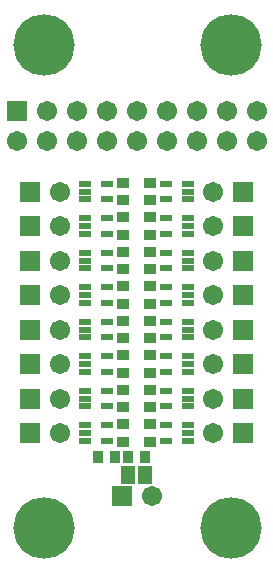
<source format=gts>
%FSLAX24Y24*%
%MOIN*%
G70*
G01*
G75*
G04 Layer_Color=8388736*
%ADD10R,0.0276X0.0354*%
%ADD11R,0.0335X0.0138*%
%ADD12R,0.0354X0.0276*%
%ADD13R,0.0433X0.0551*%
%ADD14C,0.0100*%
%ADD15C,0.0300*%
%ADD16C,0.0250*%
%ADD17R,0.0591X0.0591*%
%ADD18C,0.0591*%
%ADD19C,0.1969*%
%ADD20C,0.0150*%
%ADD21C,0.0200*%
%ADD22C,0.0098*%
%ADD23C,0.0079*%
%ADD24C,0.0063*%
%ADD25C,0.0060*%
%ADD26R,0.0356X0.0434*%
%ADD27R,0.0415X0.0218*%
%ADD28R,0.0434X0.0356*%
%ADD29R,0.0513X0.0631*%
%ADD30R,0.0671X0.0671*%
%ADD31C,0.0671*%
%ADD32C,0.2049*%
D26*
X56395Y21050D02*
D03*
X55805D02*
D03*
X56805D02*
D03*
X57395D02*
D03*
D27*
X55386Y22106D02*
D03*
Y21850D02*
D03*
Y21594D02*
D03*
X56114D02*
D03*
Y22106D02*
D03*
X58814Y21594D02*
D03*
Y21850D02*
D03*
Y22106D02*
D03*
X58086D02*
D03*
Y21594D02*
D03*
X55386Y23256D02*
D03*
Y23000D02*
D03*
Y22744D02*
D03*
X56114D02*
D03*
Y23256D02*
D03*
X58814Y22744D02*
D03*
Y23000D02*
D03*
Y23256D02*
D03*
X58086D02*
D03*
Y22744D02*
D03*
X55386Y24406D02*
D03*
Y24150D02*
D03*
Y23894D02*
D03*
X56114D02*
D03*
Y24406D02*
D03*
X58814Y23894D02*
D03*
Y24150D02*
D03*
Y24406D02*
D03*
X58086D02*
D03*
Y23894D02*
D03*
X55386Y25556D02*
D03*
Y25300D02*
D03*
Y25044D02*
D03*
X56114D02*
D03*
Y25556D02*
D03*
X58814Y25044D02*
D03*
Y25300D02*
D03*
Y25556D02*
D03*
X58086D02*
D03*
Y25044D02*
D03*
X55386Y26706D02*
D03*
Y26450D02*
D03*
Y26194D02*
D03*
X56114D02*
D03*
Y26706D02*
D03*
X58814Y26194D02*
D03*
Y26450D02*
D03*
Y26706D02*
D03*
X58086D02*
D03*
Y26194D02*
D03*
X55386Y27856D02*
D03*
Y27600D02*
D03*
Y27344D02*
D03*
X56114D02*
D03*
Y27856D02*
D03*
X58814Y27344D02*
D03*
Y27600D02*
D03*
Y27856D02*
D03*
X58086D02*
D03*
Y27344D02*
D03*
X55386Y29006D02*
D03*
Y28750D02*
D03*
Y28494D02*
D03*
X56114D02*
D03*
Y29006D02*
D03*
X58814Y28494D02*
D03*
Y28750D02*
D03*
Y29006D02*
D03*
X58086D02*
D03*
Y28494D02*
D03*
X55386Y30156D02*
D03*
Y29900D02*
D03*
Y29644D02*
D03*
X56114D02*
D03*
Y30156D02*
D03*
X58814Y29644D02*
D03*
Y29900D02*
D03*
Y30156D02*
D03*
X58086D02*
D03*
Y29644D02*
D03*
D28*
X56650Y22145D02*
D03*
Y21555D02*
D03*
X57550Y21555D02*
D03*
Y22145D02*
D03*
X56650Y23295D02*
D03*
Y22705D02*
D03*
X57550Y22705D02*
D03*
Y23295D02*
D03*
X56650Y24445D02*
D03*
Y23855D02*
D03*
X57550Y23855D02*
D03*
Y24445D02*
D03*
X56650Y25595D02*
D03*
Y25005D02*
D03*
X57550Y25005D02*
D03*
Y25595D02*
D03*
X56650Y26745D02*
D03*
Y26155D02*
D03*
X57550Y26155D02*
D03*
Y26745D02*
D03*
X56650Y27895D02*
D03*
Y27305D02*
D03*
X57550Y27305D02*
D03*
Y27895D02*
D03*
X56650Y29045D02*
D03*
Y28455D02*
D03*
X57550Y28455D02*
D03*
Y29045D02*
D03*
X56650Y30195D02*
D03*
Y29605D02*
D03*
X57550Y29605D02*
D03*
Y30195D02*
D03*
D29*
X56805Y20450D02*
D03*
X57395D02*
D03*
D30*
X53100Y32600D02*
D03*
X53550Y29900D02*
D03*
Y28750D02*
D03*
Y27600D02*
D03*
Y26450D02*
D03*
Y25300D02*
D03*
Y24150D02*
D03*
Y23000D02*
D03*
Y21850D02*
D03*
X60650Y29900D02*
D03*
Y28750D02*
D03*
Y27600D02*
D03*
Y26450D02*
D03*
Y25300D02*
D03*
Y24150D02*
D03*
Y23000D02*
D03*
Y21850D02*
D03*
X56600Y19750D02*
D03*
D31*
X61100Y31600D02*
D03*
Y32600D02*
D03*
X60100Y31600D02*
D03*
Y32600D02*
D03*
X59100Y31600D02*
D03*
Y32600D02*
D03*
X58100Y31600D02*
D03*
Y32600D02*
D03*
X57100Y31600D02*
D03*
Y32600D02*
D03*
X56100Y31600D02*
D03*
Y32600D02*
D03*
X55100Y31600D02*
D03*
Y32600D02*
D03*
X54100Y31600D02*
D03*
Y32600D02*
D03*
X53100Y31600D02*
D03*
X54550Y29900D02*
D03*
Y28750D02*
D03*
Y27600D02*
D03*
Y26450D02*
D03*
Y25300D02*
D03*
Y24150D02*
D03*
Y23000D02*
D03*
Y21850D02*
D03*
X59650Y29900D02*
D03*
Y28750D02*
D03*
Y27600D02*
D03*
Y26450D02*
D03*
Y25300D02*
D03*
Y24150D02*
D03*
Y23000D02*
D03*
Y21850D02*
D03*
X57600Y19750D02*
D03*
D32*
X54000Y18700D02*
D03*
X60250D02*
D03*
Y34800D02*
D03*
X54000D02*
D03*
M02*

</source>
